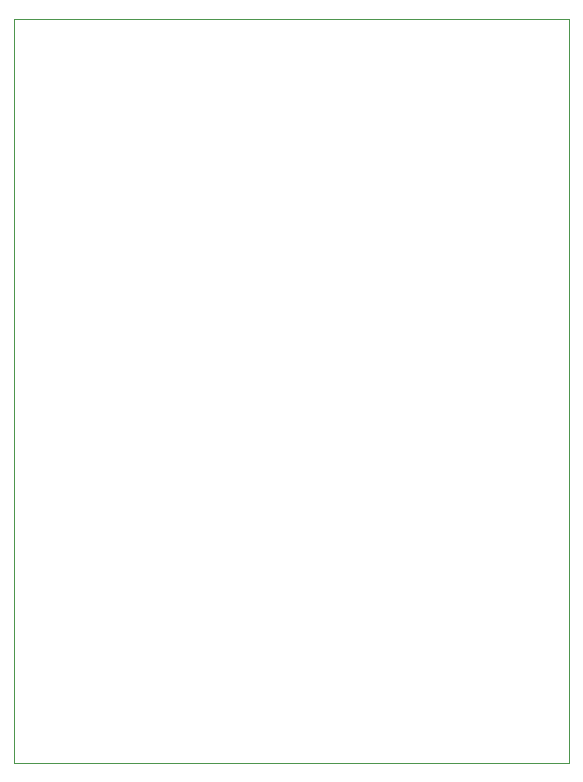
<source format=gbr>
%TF.GenerationSoftware,KiCad,Pcbnew,9.0.2*%
%TF.CreationDate,2025-06-04T00:58:58-04:00*%
%TF.ProjectId,placapcbbalanza,706c6163-6170-4636-9262-616c616e7a61,rev?*%
%TF.SameCoordinates,Original*%
%TF.FileFunction,Profile,NP*%
%FSLAX46Y46*%
G04 Gerber Fmt 4.6, Leading zero omitted, Abs format (unit mm)*
G04 Created by KiCad (PCBNEW 9.0.2) date 2025-06-04 00:58:58*
%MOMM*%
%LPD*%
G01*
G04 APERTURE LIST*
%TA.AperFunction,Profile*%
%ADD10C,0.050000*%
%TD*%
G04 APERTURE END LIST*
D10*
X17000000Y-76000000D02*
X64000000Y-76000000D01*
X17000000Y-13000000D02*
X17000000Y-76000000D01*
X17000000Y-13000000D02*
X64000000Y-13000000D01*
X64000000Y-13000000D02*
X64000000Y-76000000D01*
M02*

</source>
